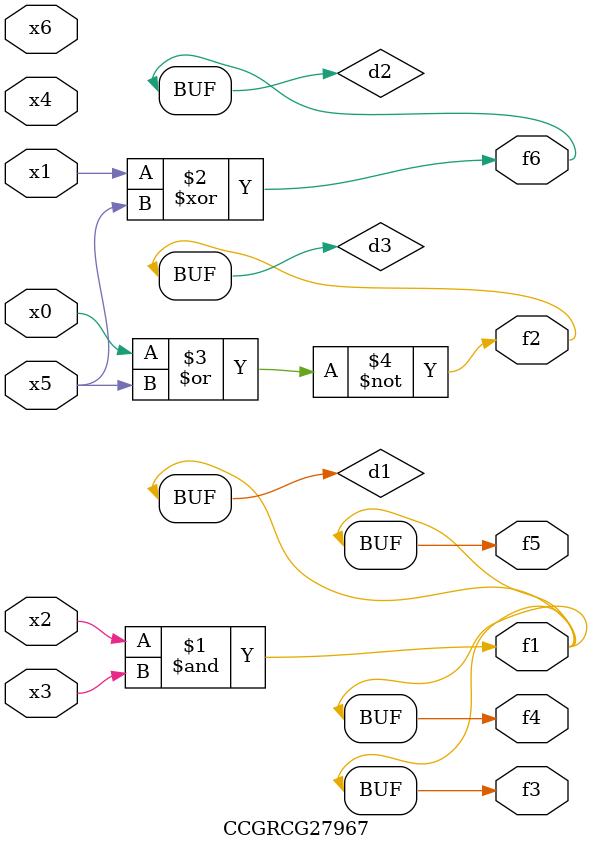
<source format=v>
module CCGRCG27967(
	input x0, x1, x2, x3, x4, x5, x6,
	output f1, f2, f3, f4, f5, f6
);

	wire d1, d2, d3;

	and (d1, x2, x3);
	xor (d2, x1, x5);
	nor (d3, x0, x5);
	assign f1 = d1;
	assign f2 = d3;
	assign f3 = d1;
	assign f4 = d1;
	assign f5 = d1;
	assign f6 = d2;
endmodule

</source>
